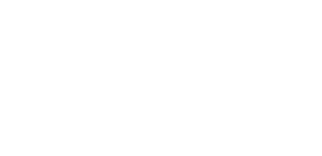
<source format=gbr>
G04 ===== Begin FILE IDENTIFICATION =====*
G04 File Format:  Gerber RS274X*
G04 ===== End FILE IDENTIFICATION =====*
%FSLAX24Y24*%
%MOMM*%
%SFA1.0000B1.0000*%
%OFA0.0B0.0*%
%ADD14C,0.015000*%
%LNhole*%
%IPPOS*%
%LPD*%
G75*
D14*
X98930Y-157000D03*
X185450Y-128000D03*
X358504Y-63263D03*
X343504Y-157277D03*
X247261Y-31656D03*
M02*


</source>
